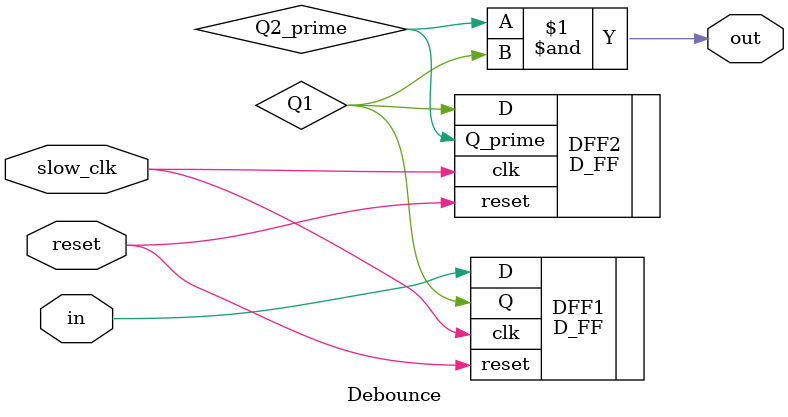
<source format=v>
module Debounce(slow_clk,reset,in,out);
	
	input slow_clk,in,reset;
	output out;
	wire Q1,Q2_prime;
	
	D_FF DFF1(.clk(slow_clk),.reset(reset),.D(in),.Q(Q1));
	D_FF DFF2(.clk(slow_clk),.reset(reset),.D(Q1),.Q_prime(Q2_prime));
	
	and(out,Q2_prime,Q1);

endmodule  
</source>
